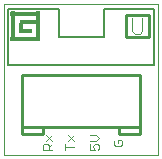
<source format=gto>
G75*
%MOIN*%
%OFA0B0*%
%FSLAX25Y25*%
%IPPOS*%
%LPD*%
%AMOC8*
5,1,8,0,0,1.08239X$1,22.5*
%
%ADD10C,0.00000*%
%ADD11C,0.00400*%
%ADD12C,0.01000*%
%ADD13C,0.00300*%
%ADD14R,0.09900X0.01400*%
%ADD15R,0.01400X0.09900*%
%ADD16R,0.05800X0.01500*%
%ADD17R,0.01400X0.03300*%
%ADD18R,0.03300X0.01400*%
%ADD19C,0.00500*%
%ADD20C,0.00600*%
D10*
X0005000Y0010000D02*
X0005000Y0060361D01*
X0056501Y0060361D01*
X0056470Y0009970D01*
X0005000Y0010000D01*
D11*
X0047700Y0051367D02*
X0048567Y0050500D01*
X0050302Y0050500D01*
X0051170Y0051367D01*
X0051170Y0055704D01*
X0047700Y0055704D02*
X0047700Y0051367D01*
D12*
X0045800Y0049300D02*
X0053300Y0049300D01*
X0053300Y0056800D01*
X0045800Y0056800D01*
X0045800Y0049300D01*
X0050485Y0036661D02*
X0011115Y0036661D01*
X0011115Y0019339D01*
X0011115Y0016976D01*
X0018202Y0016976D01*
X0018202Y0019339D01*
X0043398Y0019339D01*
X0043398Y0016976D01*
X0050485Y0016976D01*
X0050485Y0019339D01*
X0050485Y0036661D01*
X0050485Y0033906D02*
X0050485Y0022094D01*
X0050485Y0019339D02*
X0043398Y0019339D01*
X0018202Y0019339D02*
X0011115Y0019339D01*
D13*
X0018048Y0013301D02*
X0018048Y0011850D01*
X0020950Y0011850D01*
X0019983Y0011850D02*
X0019983Y0013301D01*
X0019499Y0013785D01*
X0018531Y0013785D01*
X0018048Y0013301D01*
X0019015Y0014797D02*
X0020950Y0016731D01*
X0020950Y0014797D02*
X0019015Y0016731D01*
X0020950Y0013785D02*
X0019983Y0012817D01*
X0025348Y0012817D02*
X0028250Y0012817D01*
X0028250Y0014797D02*
X0026315Y0016731D01*
X0026315Y0014797D02*
X0028250Y0016731D01*
X0025348Y0013785D02*
X0025348Y0011850D01*
X0033848Y0011750D02*
X0035299Y0011750D01*
X0034815Y0012717D01*
X0034815Y0013201D01*
X0035299Y0013685D01*
X0036266Y0013685D01*
X0036750Y0013201D01*
X0036750Y0012234D01*
X0036266Y0011750D01*
X0033848Y0011750D02*
X0033848Y0013685D01*
X0033848Y0014697D02*
X0035783Y0014697D01*
X0036750Y0015664D01*
X0035783Y0016631D01*
X0033848Y0016631D01*
X0041548Y0014601D02*
X0041548Y0013634D01*
X0042031Y0013150D01*
X0043966Y0013150D01*
X0044450Y0013634D01*
X0044450Y0014601D01*
X0043966Y0015085D01*
X0042999Y0015085D01*
X0042999Y0014117D01*
X0042031Y0015085D02*
X0041548Y0014601D01*
D14*
X0012150Y0048700D03*
X0012150Y0057200D03*
D15*
X0007900Y0052950D03*
X0016400Y0052950D03*
D16*
X0012900Y0054350D03*
D17*
X0010700Y0052450D03*
D18*
X0012650Y0051500D03*
D19*
X0011115Y0031937D02*
X0011115Y0024063D01*
D20*
X0006391Y0039957D02*
X0055209Y0039957D01*
X0055209Y0058643D01*
X0038280Y0058643D01*
X0038280Y0049287D01*
X0023320Y0049287D01*
X0023320Y0058643D01*
X0006391Y0058643D01*
X0006391Y0039957D01*
M02*

</source>
